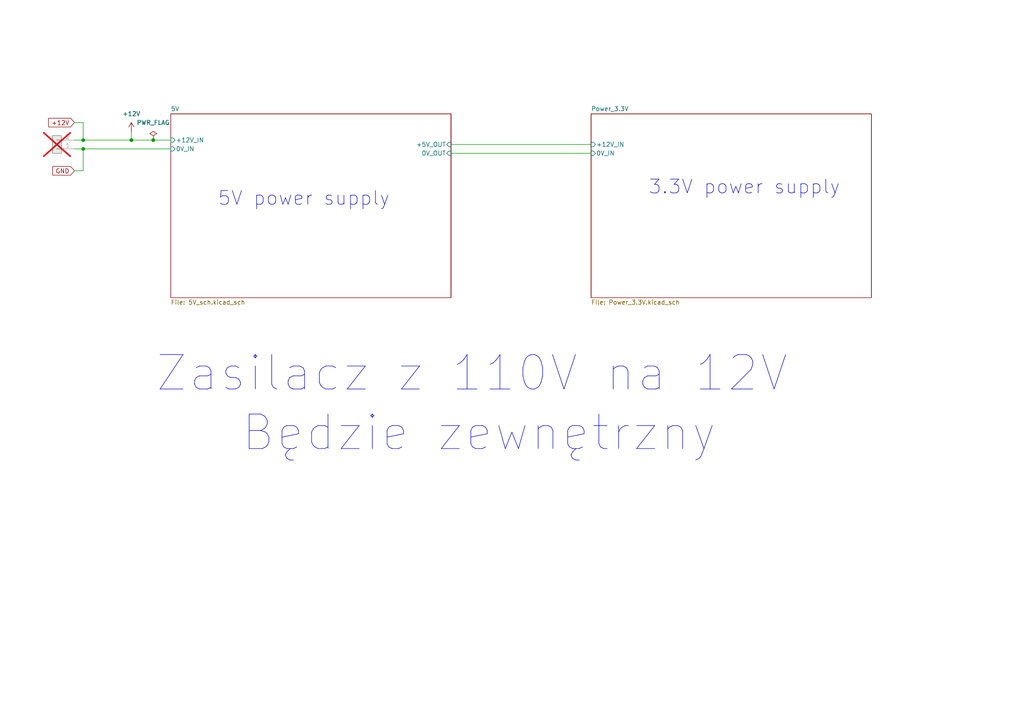
<source format=kicad_sch>
(kicad_sch (version 20231120) (generator "eeschema") (generator_version "8.0")
  (paper "A4")
  (lib_symbols
    (symbol "Connector_Generic:Conn_01x02" (pin_names (offset 1.016) hide)
      (property "Reference" "J18" (at 0 -8.89 0))
      (property "Value" "Conn_01x02" (at 0 -6.35 0))
      (symbol "Conn_01x02_1_1"
        (rectangle (start -1.27 -2.413) (end 0 -2.667) (stroke (width 0.1524)))
        (rectangle (start -1.27 0.127) (end 0 -0.127) (stroke (width 0.1524)))
        (rectangle (start -1.27 1.27) (end 1.27 -3.81) (stroke (width 0.254)) (fill (type background)))
        (pin passive line (at -5.08 0 0) (length 3.81) (name "Pin_1") (number "1"))
        (pin passive line (at -5.08 -2.54 0) (length 3.81) (name "Pin_2") (number "2"))
      )
    )
    (symbol "power:+12V" (power) (pin_numbers hide) (pin_names (offset 0) hide)
      (property "Value" "+12V" (at 0 3.556 0))
      (symbol "+12V_0_1"
        (polyline (pts (xy -0.762 1.27) (xy 0 2.54)))
        (polyline (pts (xy 0 0) (xy 0 2.54)))
        (polyline (pts (xy 0 2.54) (xy 0.762 1.27)))
      )
      (symbol "+12V_1_1"
        (pin power_in line (at 0 0 90) (length 0) (name "~") (number "1"))
      )
    )
    (symbol "power:PWR_FLAG" (power) (pin_numbers hide) (pin_names (offset 0) hide)
      (property "Value" "PWR_FLAG" (at 0 3.81 0))
      (symbol "PWR_FLAG_0_0"
        (pin power_out line (at 0 0 90) (length 0) (name "~") (number "1"))
      )
      (symbol "PWR_FLAG_0_1"
        (polyline (pts (xy 0 0) (xy 0 1.27) (xy -1.016 1.905) (xy 0 2.54) (xy 1.016 1.905) (xy 0 1.27)))
      )
    )
  )
  (junction (at 24.13 43.18))
  (junction (at 24.13 40.64))
  (junction (at 44.45 40.64))
  (junction (at 38.1 40.64))
  (wire (pts (xy 130.81 41.91) (xy 171.45 41.91)))
  (wire (pts (xy 24.13 49.53) (xy 24.13 43.18)))
  (wire (pts (xy 21.59 35.56) (xy 24.13 35.56)))
  (wire (pts (xy 130.81 44.45) (xy 171.45 44.45)))
  (wire (pts (xy 21.59 49.53) (xy 24.13 49.53)))
  (wire (pts (xy 24.13 43.18) (xy 49.53 43.18)))
  (wire (pts (xy 24.13 35.56) (xy 24.13 40.64)))
  (wire (pts (xy 24.13 40.64) (xy 38.1 40.64)))
  (wire (pts (xy 21.59 40.64) (xy 24.13 40.64)))
  (wire (pts (xy 21.59 43.18) (xy 24.13 43.18)))
  (wire (pts (xy 38.1 38.1) (xy 38.1 40.64)))
  (wire (pts (xy 38.1 40.64) (xy 44.45 40.64)))
  (wire (pts (xy 44.45 40.64) (xy 49.53 40.64)))
  (text "Zasilacz z 110V na 12V " (at 140.716 108.458 0) (effects (font (size 10 10))))
  (text "Będzie zewnętrzny" (at 138.938 125.73 0) (effects (font (size 10 10))))
  (text "5V power supply\n" (at 88.138 57.658 0) (effects (font (size 4 4))))
  (text "3.3V power supply\n" (at 215.9 54.356 0) (effects (font (size 4 4))))
  (global_label "+12V" (shape input) (at 21.59 35.56 180) (property "Intersheetrefs" "${INTERSHEET_REFS}" (effects (hide yes))))
  (global_label "GND" (shape input) (at 21.59 49.53 180) (property "Intersheetrefs" "${INTERSHEET_REFS}" (effects (hide yes))))
  (symbol (lib_id "power:+12V") (at 38.1 38.1 0) (unit 1)
    (property "Reference" "#PWR0155" (effects (hide yes)))
    (property "Value" "+12V" (at 38.1 33.02 0))
    (property "Description" "Power symbol creates a global label with name \"+12V\"" (effects (hide yes)))
  )
  (symbol (lib_id "power:PWR_FLAG") (at 44.45 40.64 0) (unit 1)
    (property "Reference" "#FLG01" (effects (hide yes)))
    (property "Value" "PWR_FLAG" (at 44.45 35.56 0))
    (property "Description" "Special symbol for telling ERC where power comes from" (effects (hide yes)))
  )
  (symbol (lib_id "Connector_Generic:Conn_01x02") (at 16.51 43.18 180) (unit 1) (exclude_from_sim yes) (in_bom no) (on_board no) (dnp yes)
    (property "Reference" "J18" (effects (hide yes)))
    (property "Value" "Conn_01x02" (effects (hide yes)))
    (property "Footprint" "footrpint:HARWIN_M80-5000000M1-02-PM1-00-000" (effects (hide yes)))
    (property "Datasheet" "https://www.harwin.com/products/M80-5000000M1-02-PM1-00-000" (effects (hide yes)))
    (property "Description" "Generic connector, single row, 01x02, script generated (kicad-library-utils/schlib/autogen/connector/)" (effects (hide yes)))
  )
  (sheet (at 49.53 33.02) (size 81.28 53.34) (stroke (width 0.1524))
    (property "Sheetname" "5V" (at 49.53 32.3084 0) (effects (justify left bottom)))
    (property "Sheetfile" "5V_sch.kicad_sch" (at 49.53 86.9446 0) (effects (justify left top)))
    (pin "0V_OUT" input (at 130.81 44.45 0))
    (pin "+5V_OUT" input (at 130.81 41.91 0))
    (pin "+12V_IN" input (at 49.53 40.64 180))
    (pin "0V_IN" input (at 49.53 43.18 180))
  )
  (sheet (at 171.45 33.02) (size 81.28 53.34) (stroke (width 0.1524))
    (property "Sheetname" "Power_3.3V" (at 171.45 32.3084 0) (effects (justify left bottom)))
    (property "Sheetfile" "Power_3.3V.kicad_sch" (at 171.45 86.9446 0) (effects (justify left top)))
    (pin "0V_IN" input (at 171.45 44.45 180))
    (pin "+12V_IN" input (at 171.45 41.91 180))
  )
)
</source>
